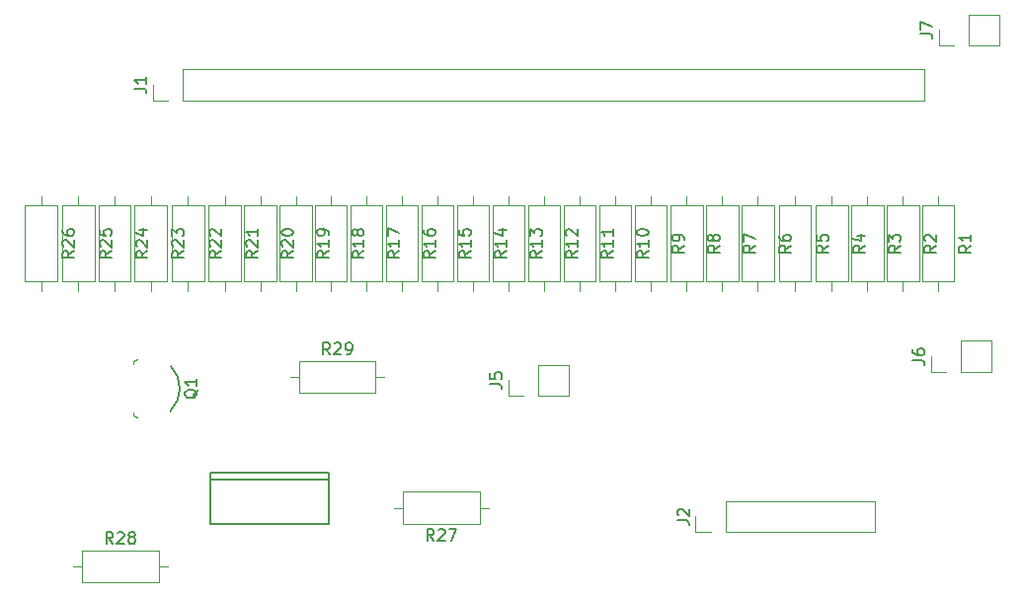
<source format=gbr>
%TF.GenerationSoftware,KiCad,Pcbnew,8.0.3*%
%TF.CreationDate,2024-07-19T22:03:55-04:00*%
%TF.ProjectId,CCPPowerBoard,43435050-6f77-4657-9242-6f6172642e6b,rev?*%
%TF.SameCoordinates,Original*%
%TF.FileFunction,Legend,Top*%
%TF.FilePolarity,Positive*%
%FSLAX46Y46*%
G04 Gerber Fmt 4.6, Leading zero omitted, Abs format (unit mm)*
G04 Created by KiCad (PCBNEW 8.0.3) date 2024-07-19 22:03:55*
%MOMM*%
%LPD*%
G01*
G04 APERTURE LIST*
%ADD10C,0.150000*%
%ADD11C,0.120000*%
%ADD12C,0.203200*%
%ADD13C,0.100000*%
G04 APERTURE END LIST*
D10*
X151924819Y-74746666D02*
X151448628Y-75079999D01*
X151924819Y-75318094D02*
X150924819Y-75318094D01*
X150924819Y-75318094D02*
X150924819Y-74937142D01*
X150924819Y-74937142D02*
X150972438Y-74841904D01*
X150972438Y-74841904D02*
X151020057Y-74794285D01*
X151020057Y-74794285D02*
X151115295Y-74746666D01*
X151115295Y-74746666D02*
X151258152Y-74746666D01*
X151258152Y-74746666D02*
X151353390Y-74794285D01*
X151353390Y-74794285D02*
X151401009Y-74841904D01*
X151401009Y-74841904D02*
X151448628Y-74937142D01*
X151448628Y-74937142D02*
X151448628Y-75318094D01*
X151924819Y-73794285D02*
X151924819Y-74365713D01*
X151924819Y-74079999D02*
X150924819Y-74079999D01*
X150924819Y-74079999D02*
X151067676Y-74175237D01*
X151067676Y-74175237D02*
X151162914Y-74270475D01*
X151162914Y-74270475D02*
X151210533Y-74365713D01*
X109024819Y-75222857D02*
X108548628Y-75556190D01*
X109024819Y-75794285D02*
X108024819Y-75794285D01*
X108024819Y-75794285D02*
X108024819Y-75413333D01*
X108024819Y-75413333D02*
X108072438Y-75318095D01*
X108072438Y-75318095D02*
X108120057Y-75270476D01*
X108120057Y-75270476D02*
X108215295Y-75222857D01*
X108215295Y-75222857D02*
X108358152Y-75222857D01*
X108358152Y-75222857D02*
X108453390Y-75270476D01*
X108453390Y-75270476D02*
X108501009Y-75318095D01*
X108501009Y-75318095D02*
X108548628Y-75413333D01*
X108548628Y-75413333D02*
X108548628Y-75794285D01*
X109024819Y-74270476D02*
X109024819Y-74841904D01*
X109024819Y-74556190D02*
X108024819Y-74556190D01*
X108024819Y-74556190D02*
X108167676Y-74651428D01*
X108167676Y-74651428D02*
X108262914Y-74746666D01*
X108262914Y-74746666D02*
X108310533Y-74841904D01*
X108024819Y-73365714D02*
X108024819Y-73841904D01*
X108024819Y-73841904D02*
X108501009Y-73889523D01*
X108501009Y-73889523D02*
X108453390Y-73841904D01*
X108453390Y-73841904D02*
X108405771Y-73746666D01*
X108405771Y-73746666D02*
X108405771Y-73508571D01*
X108405771Y-73508571D02*
X108453390Y-73413333D01*
X108453390Y-73413333D02*
X108501009Y-73365714D01*
X108501009Y-73365714D02*
X108596247Y-73318095D01*
X108596247Y-73318095D02*
X108834342Y-73318095D01*
X108834342Y-73318095D02*
X108929580Y-73365714D01*
X108929580Y-73365714D02*
X108977200Y-73413333D01*
X108977200Y-73413333D02*
X109024819Y-73508571D01*
X109024819Y-73508571D02*
X109024819Y-73746666D01*
X109024819Y-73746666D02*
X108977200Y-73841904D01*
X108977200Y-73841904D02*
X108929580Y-73889523D01*
X124274819Y-75222857D02*
X123798628Y-75556190D01*
X124274819Y-75794285D02*
X123274819Y-75794285D01*
X123274819Y-75794285D02*
X123274819Y-75413333D01*
X123274819Y-75413333D02*
X123322438Y-75318095D01*
X123322438Y-75318095D02*
X123370057Y-75270476D01*
X123370057Y-75270476D02*
X123465295Y-75222857D01*
X123465295Y-75222857D02*
X123608152Y-75222857D01*
X123608152Y-75222857D02*
X123703390Y-75270476D01*
X123703390Y-75270476D02*
X123751009Y-75318095D01*
X123751009Y-75318095D02*
X123798628Y-75413333D01*
X123798628Y-75413333D02*
X123798628Y-75794285D01*
X124274819Y-74270476D02*
X124274819Y-74841904D01*
X124274819Y-74556190D02*
X123274819Y-74556190D01*
X123274819Y-74556190D02*
X123417676Y-74651428D01*
X123417676Y-74651428D02*
X123512914Y-74746666D01*
X123512914Y-74746666D02*
X123560533Y-74841904D01*
X123274819Y-73651428D02*
X123274819Y-73556190D01*
X123274819Y-73556190D02*
X123322438Y-73460952D01*
X123322438Y-73460952D02*
X123370057Y-73413333D01*
X123370057Y-73413333D02*
X123465295Y-73365714D01*
X123465295Y-73365714D02*
X123655771Y-73318095D01*
X123655771Y-73318095D02*
X123893866Y-73318095D01*
X123893866Y-73318095D02*
X124084342Y-73365714D01*
X124084342Y-73365714D02*
X124179580Y-73413333D01*
X124179580Y-73413333D02*
X124227200Y-73460952D01*
X124227200Y-73460952D02*
X124274819Y-73556190D01*
X124274819Y-73556190D02*
X124274819Y-73651428D01*
X124274819Y-73651428D02*
X124227200Y-73746666D01*
X124227200Y-73746666D02*
X124179580Y-73794285D01*
X124179580Y-73794285D02*
X124084342Y-73841904D01*
X124084342Y-73841904D02*
X123893866Y-73889523D01*
X123893866Y-73889523D02*
X123655771Y-73889523D01*
X123655771Y-73889523D02*
X123465295Y-73841904D01*
X123465295Y-73841904D02*
X123370057Y-73794285D01*
X123370057Y-73794285D02*
X123322438Y-73746666D01*
X123322438Y-73746666D02*
X123274819Y-73651428D01*
X130374819Y-74746666D02*
X129898628Y-75079999D01*
X130374819Y-75318094D02*
X129374819Y-75318094D01*
X129374819Y-75318094D02*
X129374819Y-74937142D01*
X129374819Y-74937142D02*
X129422438Y-74841904D01*
X129422438Y-74841904D02*
X129470057Y-74794285D01*
X129470057Y-74794285D02*
X129565295Y-74746666D01*
X129565295Y-74746666D02*
X129708152Y-74746666D01*
X129708152Y-74746666D02*
X129803390Y-74794285D01*
X129803390Y-74794285D02*
X129851009Y-74841904D01*
X129851009Y-74841904D02*
X129898628Y-74937142D01*
X129898628Y-74937142D02*
X129898628Y-75318094D01*
X129803390Y-74175237D02*
X129755771Y-74270475D01*
X129755771Y-74270475D02*
X129708152Y-74318094D01*
X129708152Y-74318094D02*
X129612914Y-74365713D01*
X129612914Y-74365713D02*
X129565295Y-74365713D01*
X129565295Y-74365713D02*
X129470057Y-74318094D01*
X129470057Y-74318094D02*
X129422438Y-74270475D01*
X129422438Y-74270475D02*
X129374819Y-74175237D01*
X129374819Y-74175237D02*
X129374819Y-73984761D01*
X129374819Y-73984761D02*
X129422438Y-73889523D01*
X129422438Y-73889523D02*
X129470057Y-73841904D01*
X129470057Y-73841904D02*
X129565295Y-73794285D01*
X129565295Y-73794285D02*
X129612914Y-73794285D01*
X129612914Y-73794285D02*
X129708152Y-73841904D01*
X129708152Y-73841904D02*
X129755771Y-73889523D01*
X129755771Y-73889523D02*
X129803390Y-73984761D01*
X129803390Y-73984761D02*
X129803390Y-74175237D01*
X129803390Y-74175237D02*
X129851009Y-74270475D01*
X129851009Y-74270475D02*
X129898628Y-74318094D01*
X129898628Y-74318094D02*
X129993866Y-74365713D01*
X129993866Y-74365713D02*
X130184342Y-74365713D01*
X130184342Y-74365713D02*
X130279580Y-74318094D01*
X130279580Y-74318094D02*
X130327200Y-74270475D01*
X130327200Y-74270475D02*
X130374819Y-74175237D01*
X130374819Y-74175237D02*
X130374819Y-73984761D01*
X130374819Y-73984761D02*
X130327200Y-73889523D01*
X130327200Y-73889523D02*
X130279580Y-73841904D01*
X130279580Y-73841904D02*
X130184342Y-73794285D01*
X130184342Y-73794285D02*
X129993866Y-73794285D01*
X129993866Y-73794285D02*
X129898628Y-73841904D01*
X129898628Y-73841904D02*
X129851009Y-73889523D01*
X129851009Y-73889523D02*
X129803390Y-73984761D01*
X87624819Y-75222857D02*
X87148628Y-75556190D01*
X87624819Y-75794285D02*
X86624819Y-75794285D01*
X86624819Y-75794285D02*
X86624819Y-75413333D01*
X86624819Y-75413333D02*
X86672438Y-75318095D01*
X86672438Y-75318095D02*
X86720057Y-75270476D01*
X86720057Y-75270476D02*
X86815295Y-75222857D01*
X86815295Y-75222857D02*
X86958152Y-75222857D01*
X86958152Y-75222857D02*
X87053390Y-75270476D01*
X87053390Y-75270476D02*
X87101009Y-75318095D01*
X87101009Y-75318095D02*
X87148628Y-75413333D01*
X87148628Y-75413333D02*
X87148628Y-75794285D01*
X86720057Y-74841904D02*
X86672438Y-74794285D01*
X86672438Y-74794285D02*
X86624819Y-74699047D01*
X86624819Y-74699047D02*
X86624819Y-74460952D01*
X86624819Y-74460952D02*
X86672438Y-74365714D01*
X86672438Y-74365714D02*
X86720057Y-74318095D01*
X86720057Y-74318095D02*
X86815295Y-74270476D01*
X86815295Y-74270476D02*
X86910533Y-74270476D01*
X86910533Y-74270476D02*
X87053390Y-74318095D01*
X87053390Y-74318095D02*
X87624819Y-74889523D01*
X87624819Y-74889523D02*
X87624819Y-74270476D01*
X86720057Y-73889523D02*
X86672438Y-73841904D01*
X86672438Y-73841904D02*
X86624819Y-73746666D01*
X86624819Y-73746666D02*
X86624819Y-73508571D01*
X86624819Y-73508571D02*
X86672438Y-73413333D01*
X86672438Y-73413333D02*
X86720057Y-73365714D01*
X86720057Y-73365714D02*
X86815295Y-73318095D01*
X86815295Y-73318095D02*
X86910533Y-73318095D01*
X86910533Y-73318095D02*
X87053390Y-73365714D01*
X87053390Y-73365714D02*
X87624819Y-73937142D01*
X87624819Y-73937142D02*
X87624819Y-73318095D01*
X99874819Y-75222857D02*
X99398628Y-75556190D01*
X99874819Y-75794285D02*
X98874819Y-75794285D01*
X98874819Y-75794285D02*
X98874819Y-75413333D01*
X98874819Y-75413333D02*
X98922438Y-75318095D01*
X98922438Y-75318095D02*
X98970057Y-75270476D01*
X98970057Y-75270476D02*
X99065295Y-75222857D01*
X99065295Y-75222857D02*
X99208152Y-75222857D01*
X99208152Y-75222857D02*
X99303390Y-75270476D01*
X99303390Y-75270476D02*
X99351009Y-75318095D01*
X99351009Y-75318095D02*
X99398628Y-75413333D01*
X99398628Y-75413333D02*
X99398628Y-75794285D01*
X99874819Y-74270476D02*
X99874819Y-74841904D01*
X99874819Y-74556190D02*
X98874819Y-74556190D01*
X98874819Y-74556190D02*
X99017676Y-74651428D01*
X99017676Y-74651428D02*
X99112914Y-74746666D01*
X99112914Y-74746666D02*
X99160533Y-74841904D01*
X99303390Y-73699047D02*
X99255771Y-73794285D01*
X99255771Y-73794285D02*
X99208152Y-73841904D01*
X99208152Y-73841904D02*
X99112914Y-73889523D01*
X99112914Y-73889523D02*
X99065295Y-73889523D01*
X99065295Y-73889523D02*
X98970057Y-73841904D01*
X98970057Y-73841904D02*
X98922438Y-73794285D01*
X98922438Y-73794285D02*
X98874819Y-73699047D01*
X98874819Y-73699047D02*
X98874819Y-73508571D01*
X98874819Y-73508571D02*
X98922438Y-73413333D01*
X98922438Y-73413333D02*
X98970057Y-73365714D01*
X98970057Y-73365714D02*
X99065295Y-73318095D01*
X99065295Y-73318095D02*
X99112914Y-73318095D01*
X99112914Y-73318095D02*
X99208152Y-73365714D01*
X99208152Y-73365714D02*
X99255771Y-73413333D01*
X99255771Y-73413333D02*
X99303390Y-73508571D01*
X99303390Y-73508571D02*
X99303390Y-73699047D01*
X99303390Y-73699047D02*
X99351009Y-73794285D01*
X99351009Y-73794285D02*
X99398628Y-73841904D01*
X99398628Y-73841904D02*
X99493866Y-73889523D01*
X99493866Y-73889523D02*
X99684342Y-73889523D01*
X99684342Y-73889523D02*
X99779580Y-73841904D01*
X99779580Y-73841904D02*
X99827200Y-73794285D01*
X99827200Y-73794285D02*
X99874819Y-73699047D01*
X99874819Y-73699047D02*
X99874819Y-73508571D01*
X99874819Y-73508571D02*
X99827200Y-73413333D01*
X99827200Y-73413333D02*
X99779580Y-73365714D01*
X99779580Y-73365714D02*
X99684342Y-73318095D01*
X99684342Y-73318095D02*
X99493866Y-73318095D01*
X99493866Y-73318095D02*
X99398628Y-73365714D01*
X99398628Y-73365714D02*
X99351009Y-73413333D01*
X99351009Y-73413333D02*
X99303390Y-73508571D01*
X148924819Y-74746666D02*
X148448628Y-75079999D01*
X148924819Y-75318094D02*
X147924819Y-75318094D01*
X147924819Y-75318094D02*
X147924819Y-74937142D01*
X147924819Y-74937142D02*
X147972438Y-74841904D01*
X147972438Y-74841904D02*
X148020057Y-74794285D01*
X148020057Y-74794285D02*
X148115295Y-74746666D01*
X148115295Y-74746666D02*
X148258152Y-74746666D01*
X148258152Y-74746666D02*
X148353390Y-74794285D01*
X148353390Y-74794285D02*
X148401009Y-74841904D01*
X148401009Y-74841904D02*
X148448628Y-74937142D01*
X148448628Y-74937142D02*
X148448628Y-75318094D01*
X148020057Y-74365713D02*
X147972438Y-74318094D01*
X147972438Y-74318094D02*
X147924819Y-74222856D01*
X147924819Y-74222856D02*
X147924819Y-73984761D01*
X147924819Y-73984761D02*
X147972438Y-73889523D01*
X147972438Y-73889523D02*
X148020057Y-73841904D01*
X148020057Y-73841904D02*
X148115295Y-73794285D01*
X148115295Y-73794285D02*
X148210533Y-73794285D01*
X148210533Y-73794285D02*
X148353390Y-73841904D01*
X148353390Y-73841904D02*
X148924819Y-74413332D01*
X148924819Y-74413332D02*
X148924819Y-73794285D01*
X115124819Y-75222857D02*
X114648628Y-75556190D01*
X115124819Y-75794285D02*
X114124819Y-75794285D01*
X114124819Y-75794285D02*
X114124819Y-75413333D01*
X114124819Y-75413333D02*
X114172438Y-75318095D01*
X114172438Y-75318095D02*
X114220057Y-75270476D01*
X114220057Y-75270476D02*
X114315295Y-75222857D01*
X114315295Y-75222857D02*
X114458152Y-75222857D01*
X114458152Y-75222857D02*
X114553390Y-75270476D01*
X114553390Y-75270476D02*
X114601009Y-75318095D01*
X114601009Y-75318095D02*
X114648628Y-75413333D01*
X114648628Y-75413333D02*
X114648628Y-75794285D01*
X115124819Y-74270476D02*
X115124819Y-74841904D01*
X115124819Y-74556190D02*
X114124819Y-74556190D01*
X114124819Y-74556190D02*
X114267676Y-74651428D01*
X114267676Y-74651428D02*
X114362914Y-74746666D01*
X114362914Y-74746666D02*
X114410533Y-74841904D01*
X114124819Y-73937142D02*
X114124819Y-73318095D01*
X114124819Y-73318095D02*
X114505771Y-73651428D01*
X114505771Y-73651428D02*
X114505771Y-73508571D01*
X114505771Y-73508571D02*
X114553390Y-73413333D01*
X114553390Y-73413333D02*
X114601009Y-73365714D01*
X114601009Y-73365714D02*
X114696247Y-73318095D01*
X114696247Y-73318095D02*
X114934342Y-73318095D01*
X114934342Y-73318095D02*
X115029580Y-73365714D01*
X115029580Y-73365714D02*
X115077200Y-73413333D01*
X115077200Y-73413333D02*
X115124819Y-73508571D01*
X115124819Y-73508571D02*
X115124819Y-73794285D01*
X115124819Y-73794285D02*
X115077200Y-73889523D01*
X115077200Y-73889523D02*
X115029580Y-73937142D01*
X96972142Y-84084819D02*
X96638809Y-83608628D01*
X96400714Y-84084819D02*
X96400714Y-83084819D01*
X96400714Y-83084819D02*
X96781666Y-83084819D01*
X96781666Y-83084819D02*
X96876904Y-83132438D01*
X96876904Y-83132438D02*
X96924523Y-83180057D01*
X96924523Y-83180057D02*
X96972142Y-83275295D01*
X96972142Y-83275295D02*
X96972142Y-83418152D01*
X96972142Y-83418152D02*
X96924523Y-83513390D01*
X96924523Y-83513390D02*
X96876904Y-83561009D01*
X96876904Y-83561009D02*
X96781666Y-83608628D01*
X96781666Y-83608628D02*
X96400714Y-83608628D01*
X97353095Y-83180057D02*
X97400714Y-83132438D01*
X97400714Y-83132438D02*
X97495952Y-83084819D01*
X97495952Y-83084819D02*
X97734047Y-83084819D01*
X97734047Y-83084819D02*
X97829285Y-83132438D01*
X97829285Y-83132438D02*
X97876904Y-83180057D01*
X97876904Y-83180057D02*
X97924523Y-83275295D01*
X97924523Y-83275295D02*
X97924523Y-83370533D01*
X97924523Y-83370533D02*
X97876904Y-83513390D01*
X97876904Y-83513390D02*
X97305476Y-84084819D01*
X97305476Y-84084819D02*
X97924523Y-84084819D01*
X98400714Y-84084819D02*
X98591190Y-84084819D01*
X98591190Y-84084819D02*
X98686428Y-84037200D01*
X98686428Y-84037200D02*
X98734047Y-83989580D01*
X98734047Y-83989580D02*
X98829285Y-83846723D01*
X98829285Y-83846723D02*
X98876904Y-83656247D01*
X98876904Y-83656247D02*
X98876904Y-83275295D01*
X98876904Y-83275295D02*
X98829285Y-83180057D01*
X98829285Y-83180057D02*
X98781666Y-83132438D01*
X98781666Y-83132438D02*
X98686428Y-83084819D01*
X98686428Y-83084819D02*
X98495952Y-83084819D01*
X98495952Y-83084819D02*
X98400714Y-83132438D01*
X98400714Y-83132438D02*
X98353095Y-83180057D01*
X98353095Y-83180057D02*
X98305476Y-83275295D01*
X98305476Y-83275295D02*
X98305476Y-83513390D01*
X98305476Y-83513390D02*
X98353095Y-83608628D01*
X98353095Y-83608628D02*
X98400714Y-83656247D01*
X98400714Y-83656247D02*
X98495952Y-83703866D01*
X98495952Y-83703866D02*
X98686428Y-83703866D01*
X98686428Y-83703866D02*
X98781666Y-83656247D01*
X98781666Y-83656247D02*
X98829285Y-83608628D01*
X98829285Y-83608628D02*
X98876904Y-83513390D01*
X118174819Y-75222857D02*
X117698628Y-75556190D01*
X118174819Y-75794285D02*
X117174819Y-75794285D01*
X117174819Y-75794285D02*
X117174819Y-75413333D01*
X117174819Y-75413333D02*
X117222438Y-75318095D01*
X117222438Y-75318095D02*
X117270057Y-75270476D01*
X117270057Y-75270476D02*
X117365295Y-75222857D01*
X117365295Y-75222857D02*
X117508152Y-75222857D01*
X117508152Y-75222857D02*
X117603390Y-75270476D01*
X117603390Y-75270476D02*
X117651009Y-75318095D01*
X117651009Y-75318095D02*
X117698628Y-75413333D01*
X117698628Y-75413333D02*
X117698628Y-75794285D01*
X118174819Y-74270476D02*
X118174819Y-74841904D01*
X118174819Y-74556190D02*
X117174819Y-74556190D01*
X117174819Y-74556190D02*
X117317676Y-74651428D01*
X117317676Y-74651428D02*
X117412914Y-74746666D01*
X117412914Y-74746666D02*
X117460533Y-74841904D01*
X117270057Y-73889523D02*
X117222438Y-73841904D01*
X117222438Y-73841904D02*
X117174819Y-73746666D01*
X117174819Y-73746666D02*
X117174819Y-73508571D01*
X117174819Y-73508571D02*
X117222438Y-73413333D01*
X117222438Y-73413333D02*
X117270057Y-73365714D01*
X117270057Y-73365714D02*
X117365295Y-73318095D01*
X117365295Y-73318095D02*
X117460533Y-73318095D01*
X117460533Y-73318095D02*
X117603390Y-73365714D01*
X117603390Y-73365714D02*
X118174819Y-73937142D01*
X118174819Y-73937142D02*
X118174819Y-73318095D01*
X126774819Y-98333333D02*
X127489104Y-98333333D01*
X127489104Y-98333333D02*
X127631961Y-98380952D01*
X127631961Y-98380952D02*
X127727200Y-98476190D01*
X127727200Y-98476190D02*
X127774819Y-98619047D01*
X127774819Y-98619047D02*
X127774819Y-98714285D01*
X126870057Y-97904761D02*
X126822438Y-97857142D01*
X126822438Y-97857142D02*
X126774819Y-97761904D01*
X126774819Y-97761904D02*
X126774819Y-97523809D01*
X126774819Y-97523809D02*
X126822438Y-97428571D01*
X126822438Y-97428571D02*
X126870057Y-97380952D01*
X126870057Y-97380952D02*
X126965295Y-97333333D01*
X126965295Y-97333333D02*
X127060533Y-97333333D01*
X127060533Y-97333333D02*
X127203390Y-97380952D01*
X127203390Y-97380952D02*
X127774819Y-97952380D01*
X127774819Y-97952380D02*
X127774819Y-97333333D01*
X78357142Y-100334819D02*
X78023809Y-99858628D01*
X77785714Y-100334819D02*
X77785714Y-99334819D01*
X77785714Y-99334819D02*
X78166666Y-99334819D01*
X78166666Y-99334819D02*
X78261904Y-99382438D01*
X78261904Y-99382438D02*
X78309523Y-99430057D01*
X78309523Y-99430057D02*
X78357142Y-99525295D01*
X78357142Y-99525295D02*
X78357142Y-99668152D01*
X78357142Y-99668152D02*
X78309523Y-99763390D01*
X78309523Y-99763390D02*
X78261904Y-99811009D01*
X78261904Y-99811009D02*
X78166666Y-99858628D01*
X78166666Y-99858628D02*
X77785714Y-99858628D01*
X78738095Y-99430057D02*
X78785714Y-99382438D01*
X78785714Y-99382438D02*
X78880952Y-99334819D01*
X78880952Y-99334819D02*
X79119047Y-99334819D01*
X79119047Y-99334819D02*
X79214285Y-99382438D01*
X79214285Y-99382438D02*
X79261904Y-99430057D01*
X79261904Y-99430057D02*
X79309523Y-99525295D01*
X79309523Y-99525295D02*
X79309523Y-99620533D01*
X79309523Y-99620533D02*
X79261904Y-99763390D01*
X79261904Y-99763390D02*
X78690476Y-100334819D01*
X78690476Y-100334819D02*
X79309523Y-100334819D01*
X79880952Y-99763390D02*
X79785714Y-99715771D01*
X79785714Y-99715771D02*
X79738095Y-99668152D01*
X79738095Y-99668152D02*
X79690476Y-99572914D01*
X79690476Y-99572914D02*
X79690476Y-99525295D01*
X79690476Y-99525295D02*
X79738095Y-99430057D01*
X79738095Y-99430057D02*
X79785714Y-99382438D01*
X79785714Y-99382438D02*
X79880952Y-99334819D01*
X79880952Y-99334819D02*
X80071428Y-99334819D01*
X80071428Y-99334819D02*
X80166666Y-99382438D01*
X80166666Y-99382438D02*
X80214285Y-99430057D01*
X80214285Y-99430057D02*
X80261904Y-99525295D01*
X80261904Y-99525295D02*
X80261904Y-99572914D01*
X80261904Y-99572914D02*
X80214285Y-99668152D01*
X80214285Y-99668152D02*
X80166666Y-99715771D01*
X80166666Y-99715771D02*
X80071428Y-99763390D01*
X80071428Y-99763390D02*
X79880952Y-99763390D01*
X79880952Y-99763390D02*
X79785714Y-99811009D01*
X79785714Y-99811009D02*
X79738095Y-99858628D01*
X79738095Y-99858628D02*
X79690476Y-99953866D01*
X79690476Y-99953866D02*
X79690476Y-100144342D01*
X79690476Y-100144342D02*
X79738095Y-100239580D01*
X79738095Y-100239580D02*
X79785714Y-100287200D01*
X79785714Y-100287200D02*
X79880952Y-100334819D01*
X79880952Y-100334819D02*
X80071428Y-100334819D01*
X80071428Y-100334819D02*
X80166666Y-100287200D01*
X80166666Y-100287200D02*
X80214285Y-100239580D01*
X80214285Y-100239580D02*
X80261904Y-100144342D01*
X80261904Y-100144342D02*
X80261904Y-99953866D01*
X80261904Y-99953866D02*
X80214285Y-99858628D01*
X80214285Y-99858628D02*
X80166666Y-99811009D01*
X80166666Y-99811009D02*
X80071428Y-99763390D01*
X105877142Y-100074819D02*
X105543809Y-99598628D01*
X105305714Y-100074819D02*
X105305714Y-99074819D01*
X105305714Y-99074819D02*
X105686666Y-99074819D01*
X105686666Y-99074819D02*
X105781904Y-99122438D01*
X105781904Y-99122438D02*
X105829523Y-99170057D01*
X105829523Y-99170057D02*
X105877142Y-99265295D01*
X105877142Y-99265295D02*
X105877142Y-99408152D01*
X105877142Y-99408152D02*
X105829523Y-99503390D01*
X105829523Y-99503390D02*
X105781904Y-99551009D01*
X105781904Y-99551009D02*
X105686666Y-99598628D01*
X105686666Y-99598628D02*
X105305714Y-99598628D01*
X106258095Y-99170057D02*
X106305714Y-99122438D01*
X106305714Y-99122438D02*
X106400952Y-99074819D01*
X106400952Y-99074819D02*
X106639047Y-99074819D01*
X106639047Y-99074819D02*
X106734285Y-99122438D01*
X106734285Y-99122438D02*
X106781904Y-99170057D01*
X106781904Y-99170057D02*
X106829523Y-99265295D01*
X106829523Y-99265295D02*
X106829523Y-99360533D01*
X106829523Y-99360533D02*
X106781904Y-99503390D01*
X106781904Y-99503390D02*
X106210476Y-100074819D01*
X106210476Y-100074819D02*
X106829523Y-100074819D01*
X107162857Y-99074819D02*
X107829523Y-99074819D01*
X107829523Y-99074819D02*
X107400952Y-100074819D01*
X146949819Y-84583333D02*
X147664104Y-84583333D01*
X147664104Y-84583333D02*
X147806961Y-84630952D01*
X147806961Y-84630952D02*
X147902200Y-84726190D01*
X147902200Y-84726190D02*
X147949819Y-84869047D01*
X147949819Y-84869047D02*
X147949819Y-84964285D01*
X146949819Y-83678571D02*
X146949819Y-83869047D01*
X146949819Y-83869047D02*
X146997438Y-83964285D01*
X146997438Y-83964285D02*
X147045057Y-84011904D01*
X147045057Y-84011904D02*
X147187914Y-84107142D01*
X147187914Y-84107142D02*
X147378390Y-84154761D01*
X147378390Y-84154761D02*
X147759342Y-84154761D01*
X147759342Y-84154761D02*
X147854580Y-84107142D01*
X147854580Y-84107142D02*
X147902200Y-84059523D01*
X147902200Y-84059523D02*
X147949819Y-83964285D01*
X147949819Y-83964285D02*
X147949819Y-83773809D01*
X147949819Y-83773809D02*
X147902200Y-83678571D01*
X147902200Y-83678571D02*
X147854580Y-83630952D01*
X147854580Y-83630952D02*
X147759342Y-83583333D01*
X147759342Y-83583333D02*
X147521247Y-83583333D01*
X147521247Y-83583333D02*
X147426009Y-83630952D01*
X147426009Y-83630952D02*
X147378390Y-83678571D01*
X147378390Y-83678571D02*
X147330771Y-83773809D01*
X147330771Y-83773809D02*
X147330771Y-83964285D01*
X147330771Y-83964285D02*
X147378390Y-84059523D01*
X147378390Y-84059523D02*
X147426009Y-84107142D01*
X147426009Y-84107142D02*
X147521247Y-84154761D01*
X75024819Y-75222857D02*
X74548628Y-75556190D01*
X75024819Y-75794285D02*
X74024819Y-75794285D01*
X74024819Y-75794285D02*
X74024819Y-75413333D01*
X74024819Y-75413333D02*
X74072438Y-75318095D01*
X74072438Y-75318095D02*
X74120057Y-75270476D01*
X74120057Y-75270476D02*
X74215295Y-75222857D01*
X74215295Y-75222857D02*
X74358152Y-75222857D01*
X74358152Y-75222857D02*
X74453390Y-75270476D01*
X74453390Y-75270476D02*
X74501009Y-75318095D01*
X74501009Y-75318095D02*
X74548628Y-75413333D01*
X74548628Y-75413333D02*
X74548628Y-75794285D01*
X74120057Y-74841904D02*
X74072438Y-74794285D01*
X74072438Y-74794285D02*
X74024819Y-74699047D01*
X74024819Y-74699047D02*
X74024819Y-74460952D01*
X74024819Y-74460952D02*
X74072438Y-74365714D01*
X74072438Y-74365714D02*
X74120057Y-74318095D01*
X74120057Y-74318095D02*
X74215295Y-74270476D01*
X74215295Y-74270476D02*
X74310533Y-74270476D01*
X74310533Y-74270476D02*
X74453390Y-74318095D01*
X74453390Y-74318095D02*
X75024819Y-74889523D01*
X75024819Y-74889523D02*
X75024819Y-74270476D01*
X74024819Y-73413333D02*
X74024819Y-73603809D01*
X74024819Y-73603809D02*
X74072438Y-73699047D01*
X74072438Y-73699047D02*
X74120057Y-73746666D01*
X74120057Y-73746666D02*
X74262914Y-73841904D01*
X74262914Y-73841904D02*
X74453390Y-73889523D01*
X74453390Y-73889523D02*
X74834342Y-73889523D01*
X74834342Y-73889523D02*
X74929580Y-73841904D01*
X74929580Y-73841904D02*
X74977200Y-73794285D01*
X74977200Y-73794285D02*
X75024819Y-73699047D01*
X75024819Y-73699047D02*
X75024819Y-73508571D01*
X75024819Y-73508571D02*
X74977200Y-73413333D01*
X74977200Y-73413333D02*
X74929580Y-73365714D01*
X74929580Y-73365714D02*
X74834342Y-73318095D01*
X74834342Y-73318095D02*
X74596247Y-73318095D01*
X74596247Y-73318095D02*
X74501009Y-73365714D01*
X74501009Y-73365714D02*
X74453390Y-73413333D01*
X74453390Y-73413333D02*
X74405771Y-73508571D01*
X74405771Y-73508571D02*
X74405771Y-73699047D01*
X74405771Y-73699047D02*
X74453390Y-73794285D01*
X74453390Y-73794285D02*
X74501009Y-73841904D01*
X74501009Y-73841904D02*
X74596247Y-73889523D01*
X142824819Y-74746666D02*
X142348628Y-75079999D01*
X142824819Y-75318094D02*
X141824819Y-75318094D01*
X141824819Y-75318094D02*
X141824819Y-74937142D01*
X141824819Y-74937142D02*
X141872438Y-74841904D01*
X141872438Y-74841904D02*
X141920057Y-74794285D01*
X141920057Y-74794285D02*
X142015295Y-74746666D01*
X142015295Y-74746666D02*
X142158152Y-74746666D01*
X142158152Y-74746666D02*
X142253390Y-74794285D01*
X142253390Y-74794285D02*
X142301009Y-74841904D01*
X142301009Y-74841904D02*
X142348628Y-74937142D01*
X142348628Y-74937142D02*
X142348628Y-75318094D01*
X142158152Y-73889523D02*
X142824819Y-73889523D01*
X141777200Y-74127618D02*
X142491485Y-74365713D01*
X142491485Y-74365713D02*
X142491485Y-73746666D01*
X147624819Y-56583333D02*
X148339104Y-56583333D01*
X148339104Y-56583333D02*
X148481961Y-56630952D01*
X148481961Y-56630952D02*
X148577200Y-56726190D01*
X148577200Y-56726190D02*
X148624819Y-56869047D01*
X148624819Y-56869047D02*
X148624819Y-56964285D01*
X147624819Y-56202380D02*
X147624819Y-55535714D01*
X147624819Y-55535714D02*
X148624819Y-55964285D01*
X84424819Y-75222857D02*
X83948628Y-75556190D01*
X84424819Y-75794285D02*
X83424819Y-75794285D01*
X83424819Y-75794285D02*
X83424819Y-75413333D01*
X83424819Y-75413333D02*
X83472438Y-75318095D01*
X83472438Y-75318095D02*
X83520057Y-75270476D01*
X83520057Y-75270476D02*
X83615295Y-75222857D01*
X83615295Y-75222857D02*
X83758152Y-75222857D01*
X83758152Y-75222857D02*
X83853390Y-75270476D01*
X83853390Y-75270476D02*
X83901009Y-75318095D01*
X83901009Y-75318095D02*
X83948628Y-75413333D01*
X83948628Y-75413333D02*
X83948628Y-75794285D01*
X83520057Y-74841904D02*
X83472438Y-74794285D01*
X83472438Y-74794285D02*
X83424819Y-74699047D01*
X83424819Y-74699047D02*
X83424819Y-74460952D01*
X83424819Y-74460952D02*
X83472438Y-74365714D01*
X83472438Y-74365714D02*
X83520057Y-74318095D01*
X83520057Y-74318095D02*
X83615295Y-74270476D01*
X83615295Y-74270476D02*
X83710533Y-74270476D01*
X83710533Y-74270476D02*
X83853390Y-74318095D01*
X83853390Y-74318095D02*
X84424819Y-74889523D01*
X84424819Y-74889523D02*
X84424819Y-74270476D01*
X83424819Y-73937142D02*
X83424819Y-73318095D01*
X83424819Y-73318095D02*
X83805771Y-73651428D01*
X83805771Y-73651428D02*
X83805771Y-73508571D01*
X83805771Y-73508571D02*
X83853390Y-73413333D01*
X83853390Y-73413333D02*
X83901009Y-73365714D01*
X83901009Y-73365714D02*
X83996247Y-73318095D01*
X83996247Y-73318095D02*
X84234342Y-73318095D01*
X84234342Y-73318095D02*
X84329580Y-73365714D01*
X84329580Y-73365714D02*
X84377200Y-73413333D01*
X84377200Y-73413333D02*
X84424819Y-73508571D01*
X84424819Y-73508571D02*
X84424819Y-73794285D01*
X84424819Y-73794285D02*
X84377200Y-73889523D01*
X84377200Y-73889523D02*
X84329580Y-73937142D01*
X85625057Y-87095238D02*
X85577438Y-87190476D01*
X85577438Y-87190476D02*
X85482200Y-87285714D01*
X85482200Y-87285714D02*
X85339342Y-87428571D01*
X85339342Y-87428571D02*
X85291723Y-87523809D01*
X85291723Y-87523809D02*
X85291723Y-87619047D01*
X85529819Y-87571428D02*
X85482200Y-87666666D01*
X85482200Y-87666666D02*
X85386961Y-87761904D01*
X85386961Y-87761904D02*
X85196485Y-87809523D01*
X85196485Y-87809523D02*
X84863152Y-87809523D01*
X84863152Y-87809523D02*
X84672676Y-87761904D01*
X84672676Y-87761904D02*
X84577438Y-87666666D01*
X84577438Y-87666666D02*
X84529819Y-87571428D01*
X84529819Y-87571428D02*
X84529819Y-87380952D01*
X84529819Y-87380952D02*
X84577438Y-87285714D01*
X84577438Y-87285714D02*
X84672676Y-87190476D01*
X84672676Y-87190476D02*
X84863152Y-87142857D01*
X84863152Y-87142857D02*
X85196485Y-87142857D01*
X85196485Y-87142857D02*
X85386961Y-87190476D01*
X85386961Y-87190476D02*
X85482200Y-87285714D01*
X85482200Y-87285714D02*
X85529819Y-87380952D01*
X85529819Y-87380952D02*
X85529819Y-87571428D01*
X85529819Y-86190476D02*
X85529819Y-86761904D01*
X85529819Y-86476190D02*
X84529819Y-86476190D01*
X84529819Y-86476190D02*
X84672676Y-86571428D01*
X84672676Y-86571428D02*
X84767914Y-86666666D01*
X84767914Y-86666666D02*
X84815533Y-86761904D01*
X80234819Y-61283333D02*
X80949104Y-61283333D01*
X80949104Y-61283333D02*
X81091961Y-61330952D01*
X81091961Y-61330952D02*
X81187200Y-61426190D01*
X81187200Y-61426190D02*
X81234819Y-61569047D01*
X81234819Y-61569047D02*
X81234819Y-61664285D01*
X81234819Y-60283333D02*
X81234819Y-60854761D01*
X81234819Y-60569047D02*
X80234819Y-60569047D01*
X80234819Y-60569047D02*
X80377676Y-60664285D01*
X80377676Y-60664285D02*
X80472914Y-60759523D01*
X80472914Y-60759523D02*
X80520533Y-60854761D01*
X78224819Y-75222857D02*
X77748628Y-75556190D01*
X78224819Y-75794285D02*
X77224819Y-75794285D01*
X77224819Y-75794285D02*
X77224819Y-75413333D01*
X77224819Y-75413333D02*
X77272438Y-75318095D01*
X77272438Y-75318095D02*
X77320057Y-75270476D01*
X77320057Y-75270476D02*
X77415295Y-75222857D01*
X77415295Y-75222857D02*
X77558152Y-75222857D01*
X77558152Y-75222857D02*
X77653390Y-75270476D01*
X77653390Y-75270476D02*
X77701009Y-75318095D01*
X77701009Y-75318095D02*
X77748628Y-75413333D01*
X77748628Y-75413333D02*
X77748628Y-75794285D01*
X77320057Y-74841904D02*
X77272438Y-74794285D01*
X77272438Y-74794285D02*
X77224819Y-74699047D01*
X77224819Y-74699047D02*
X77224819Y-74460952D01*
X77224819Y-74460952D02*
X77272438Y-74365714D01*
X77272438Y-74365714D02*
X77320057Y-74318095D01*
X77320057Y-74318095D02*
X77415295Y-74270476D01*
X77415295Y-74270476D02*
X77510533Y-74270476D01*
X77510533Y-74270476D02*
X77653390Y-74318095D01*
X77653390Y-74318095D02*
X78224819Y-74889523D01*
X78224819Y-74889523D02*
X78224819Y-74270476D01*
X77224819Y-73365714D02*
X77224819Y-73841904D01*
X77224819Y-73841904D02*
X77701009Y-73889523D01*
X77701009Y-73889523D02*
X77653390Y-73841904D01*
X77653390Y-73841904D02*
X77605771Y-73746666D01*
X77605771Y-73746666D02*
X77605771Y-73508571D01*
X77605771Y-73508571D02*
X77653390Y-73413333D01*
X77653390Y-73413333D02*
X77701009Y-73365714D01*
X77701009Y-73365714D02*
X77796247Y-73318095D01*
X77796247Y-73318095D02*
X78034342Y-73318095D01*
X78034342Y-73318095D02*
X78129580Y-73365714D01*
X78129580Y-73365714D02*
X78177200Y-73413333D01*
X78177200Y-73413333D02*
X78224819Y-73508571D01*
X78224819Y-73508571D02*
X78224819Y-73746666D01*
X78224819Y-73746666D02*
X78177200Y-73841904D01*
X78177200Y-73841904D02*
X78129580Y-73889523D01*
X93824819Y-75222857D02*
X93348628Y-75556190D01*
X93824819Y-75794285D02*
X92824819Y-75794285D01*
X92824819Y-75794285D02*
X92824819Y-75413333D01*
X92824819Y-75413333D02*
X92872438Y-75318095D01*
X92872438Y-75318095D02*
X92920057Y-75270476D01*
X92920057Y-75270476D02*
X93015295Y-75222857D01*
X93015295Y-75222857D02*
X93158152Y-75222857D01*
X93158152Y-75222857D02*
X93253390Y-75270476D01*
X93253390Y-75270476D02*
X93301009Y-75318095D01*
X93301009Y-75318095D02*
X93348628Y-75413333D01*
X93348628Y-75413333D02*
X93348628Y-75794285D01*
X92920057Y-74841904D02*
X92872438Y-74794285D01*
X92872438Y-74794285D02*
X92824819Y-74699047D01*
X92824819Y-74699047D02*
X92824819Y-74460952D01*
X92824819Y-74460952D02*
X92872438Y-74365714D01*
X92872438Y-74365714D02*
X92920057Y-74318095D01*
X92920057Y-74318095D02*
X93015295Y-74270476D01*
X93015295Y-74270476D02*
X93110533Y-74270476D01*
X93110533Y-74270476D02*
X93253390Y-74318095D01*
X93253390Y-74318095D02*
X93824819Y-74889523D01*
X93824819Y-74889523D02*
X93824819Y-74270476D01*
X92824819Y-73651428D02*
X92824819Y-73556190D01*
X92824819Y-73556190D02*
X92872438Y-73460952D01*
X92872438Y-73460952D02*
X92920057Y-73413333D01*
X92920057Y-73413333D02*
X93015295Y-73365714D01*
X93015295Y-73365714D02*
X93205771Y-73318095D01*
X93205771Y-73318095D02*
X93443866Y-73318095D01*
X93443866Y-73318095D02*
X93634342Y-73365714D01*
X93634342Y-73365714D02*
X93729580Y-73413333D01*
X93729580Y-73413333D02*
X93777200Y-73460952D01*
X93777200Y-73460952D02*
X93824819Y-73556190D01*
X93824819Y-73556190D02*
X93824819Y-73651428D01*
X93824819Y-73651428D02*
X93777200Y-73746666D01*
X93777200Y-73746666D02*
X93729580Y-73794285D01*
X93729580Y-73794285D02*
X93634342Y-73841904D01*
X93634342Y-73841904D02*
X93443866Y-73889523D01*
X93443866Y-73889523D02*
X93205771Y-73889523D01*
X93205771Y-73889523D02*
X93015295Y-73841904D01*
X93015295Y-73841904D02*
X92920057Y-73794285D01*
X92920057Y-73794285D02*
X92872438Y-73746666D01*
X92872438Y-73746666D02*
X92824819Y-73651428D01*
X90774819Y-75222857D02*
X90298628Y-75556190D01*
X90774819Y-75794285D02*
X89774819Y-75794285D01*
X89774819Y-75794285D02*
X89774819Y-75413333D01*
X89774819Y-75413333D02*
X89822438Y-75318095D01*
X89822438Y-75318095D02*
X89870057Y-75270476D01*
X89870057Y-75270476D02*
X89965295Y-75222857D01*
X89965295Y-75222857D02*
X90108152Y-75222857D01*
X90108152Y-75222857D02*
X90203390Y-75270476D01*
X90203390Y-75270476D02*
X90251009Y-75318095D01*
X90251009Y-75318095D02*
X90298628Y-75413333D01*
X90298628Y-75413333D02*
X90298628Y-75794285D01*
X89870057Y-74841904D02*
X89822438Y-74794285D01*
X89822438Y-74794285D02*
X89774819Y-74699047D01*
X89774819Y-74699047D02*
X89774819Y-74460952D01*
X89774819Y-74460952D02*
X89822438Y-74365714D01*
X89822438Y-74365714D02*
X89870057Y-74318095D01*
X89870057Y-74318095D02*
X89965295Y-74270476D01*
X89965295Y-74270476D02*
X90060533Y-74270476D01*
X90060533Y-74270476D02*
X90203390Y-74318095D01*
X90203390Y-74318095D02*
X90774819Y-74889523D01*
X90774819Y-74889523D02*
X90774819Y-74270476D01*
X90774819Y-73318095D02*
X90774819Y-73889523D01*
X90774819Y-73603809D02*
X89774819Y-73603809D01*
X89774819Y-73603809D02*
X89917676Y-73699047D01*
X89917676Y-73699047D02*
X90012914Y-73794285D01*
X90012914Y-73794285D02*
X90060533Y-73889523D01*
X102924819Y-75222857D02*
X102448628Y-75556190D01*
X102924819Y-75794285D02*
X101924819Y-75794285D01*
X101924819Y-75794285D02*
X101924819Y-75413333D01*
X101924819Y-75413333D02*
X101972438Y-75318095D01*
X101972438Y-75318095D02*
X102020057Y-75270476D01*
X102020057Y-75270476D02*
X102115295Y-75222857D01*
X102115295Y-75222857D02*
X102258152Y-75222857D01*
X102258152Y-75222857D02*
X102353390Y-75270476D01*
X102353390Y-75270476D02*
X102401009Y-75318095D01*
X102401009Y-75318095D02*
X102448628Y-75413333D01*
X102448628Y-75413333D02*
X102448628Y-75794285D01*
X102924819Y-74270476D02*
X102924819Y-74841904D01*
X102924819Y-74556190D02*
X101924819Y-74556190D01*
X101924819Y-74556190D02*
X102067676Y-74651428D01*
X102067676Y-74651428D02*
X102162914Y-74746666D01*
X102162914Y-74746666D02*
X102210533Y-74841904D01*
X101924819Y-73937142D02*
X101924819Y-73270476D01*
X101924819Y-73270476D02*
X102924819Y-73699047D01*
X81324819Y-75222857D02*
X80848628Y-75556190D01*
X81324819Y-75794285D02*
X80324819Y-75794285D01*
X80324819Y-75794285D02*
X80324819Y-75413333D01*
X80324819Y-75413333D02*
X80372438Y-75318095D01*
X80372438Y-75318095D02*
X80420057Y-75270476D01*
X80420057Y-75270476D02*
X80515295Y-75222857D01*
X80515295Y-75222857D02*
X80658152Y-75222857D01*
X80658152Y-75222857D02*
X80753390Y-75270476D01*
X80753390Y-75270476D02*
X80801009Y-75318095D01*
X80801009Y-75318095D02*
X80848628Y-75413333D01*
X80848628Y-75413333D02*
X80848628Y-75794285D01*
X80420057Y-74841904D02*
X80372438Y-74794285D01*
X80372438Y-74794285D02*
X80324819Y-74699047D01*
X80324819Y-74699047D02*
X80324819Y-74460952D01*
X80324819Y-74460952D02*
X80372438Y-74365714D01*
X80372438Y-74365714D02*
X80420057Y-74318095D01*
X80420057Y-74318095D02*
X80515295Y-74270476D01*
X80515295Y-74270476D02*
X80610533Y-74270476D01*
X80610533Y-74270476D02*
X80753390Y-74318095D01*
X80753390Y-74318095D02*
X81324819Y-74889523D01*
X81324819Y-74889523D02*
X81324819Y-74270476D01*
X80658152Y-73413333D02*
X81324819Y-73413333D01*
X80277200Y-73651428D02*
X80991485Y-73889523D01*
X80991485Y-73889523D02*
X80991485Y-73270476D01*
X127324819Y-74746666D02*
X126848628Y-75079999D01*
X127324819Y-75318094D02*
X126324819Y-75318094D01*
X126324819Y-75318094D02*
X126324819Y-74937142D01*
X126324819Y-74937142D02*
X126372438Y-74841904D01*
X126372438Y-74841904D02*
X126420057Y-74794285D01*
X126420057Y-74794285D02*
X126515295Y-74746666D01*
X126515295Y-74746666D02*
X126658152Y-74746666D01*
X126658152Y-74746666D02*
X126753390Y-74794285D01*
X126753390Y-74794285D02*
X126801009Y-74841904D01*
X126801009Y-74841904D02*
X126848628Y-74937142D01*
X126848628Y-74937142D02*
X126848628Y-75318094D01*
X127324819Y-74270475D02*
X127324819Y-74079999D01*
X127324819Y-74079999D02*
X127277200Y-73984761D01*
X127277200Y-73984761D02*
X127229580Y-73937142D01*
X127229580Y-73937142D02*
X127086723Y-73841904D01*
X127086723Y-73841904D02*
X126896247Y-73794285D01*
X126896247Y-73794285D02*
X126515295Y-73794285D01*
X126515295Y-73794285D02*
X126420057Y-73841904D01*
X126420057Y-73841904D02*
X126372438Y-73889523D01*
X126372438Y-73889523D02*
X126324819Y-73984761D01*
X126324819Y-73984761D02*
X126324819Y-74175237D01*
X126324819Y-74175237D02*
X126372438Y-74270475D01*
X126372438Y-74270475D02*
X126420057Y-74318094D01*
X126420057Y-74318094D02*
X126515295Y-74365713D01*
X126515295Y-74365713D02*
X126753390Y-74365713D01*
X126753390Y-74365713D02*
X126848628Y-74318094D01*
X126848628Y-74318094D02*
X126896247Y-74270475D01*
X126896247Y-74270475D02*
X126943866Y-74175237D01*
X126943866Y-74175237D02*
X126943866Y-73984761D01*
X126943866Y-73984761D02*
X126896247Y-73889523D01*
X126896247Y-73889523D02*
X126848628Y-73841904D01*
X126848628Y-73841904D02*
X126753390Y-73794285D01*
X139674819Y-74746666D02*
X139198628Y-75079999D01*
X139674819Y-75318094D02*
X138674819Y-75318094D01*
X138674819Y-75318094D02*
X138674819Y-74937142D01*
X138674819Y-74937142D02*
X138722438Y-74841904D01*
X138722438Y-74841904D02*
X138770057Y-74794285D01*
X138770057Y-74794285D02*
X138865295Y-74746666D01*
X138865295Y-74746666D02*
X139008152Y-74746666D01*
X139008152Y-74746666D02*
X139103390Y-74794285D01*
X139103390Y-74794285D02*
X139151009Y-74841904D01*
X139151009Y-74841904D02*
X139198628Y-74937142D01*
X139198628Y-74937142D02*
X139198628Y-75318094D01*
X138674819Y-73841904D02*
X138674819Y-74318094D01*
X138674819Y-74318094D02*
X139151009Y-74365713D01*
X139151009Y-74365713D02*
X139103390Y-74318094D01*
X139103390Y-74318094D02*
X139055771Y-74222856D01*
X139055771Y-74222856D02*
X139055771Y-73984761D01*
X139055771Y-73984761D02*
X139103390Y-73889523D01*
X139103390Y-73889523D02*
X139151009Y-73841904D01*
X139151009Y-73841904D02*
X139246247Y-73794285D01*
X139246247Y-73794285D02*
X139484342Y-73794285D01*
X139484342Y-73794285D02*
X139579580Y-73841904D01*
X139579580Y-73841904D02*
X139627200Y-73889523D01*
X139627200Y-73889523D02*
X139674819Y-73984761D01*
X139674819Y-73984761D02*
X139674819Y-74222856D01*
X139674819Y-74222856D02*
X139627200Y-74318094D01*
X139627200Y-74318094D02*
X139579580Y-74365713D01*
X110699819Y-86633333D02*
X111414104Y-86633333D01*
X111414104Y-86633333D02*
X111556961Y-86680952D01*
X111556961Y-86680952D02*
X111652200Y-86776190D01*
X111652200Y-86776190D02*
X111699819Y-86919047D01*
X111699819Y-86919047D02*
X111699819Y-87014285D01*
X110699819Y-85680952D02*
X110699819Y-86157142D01*
X110699819Y-86157142D02*
X111176009Y-86204761D01*
X111176009Y-86204761D02*
X111128390Y-86157142D01*
X111128390Y-86157142D02*
X111080771Y-86061904D01*
X111080771Y-86061904D02*
X111080771Y-85823809D01*
X111080771Y-85823809D02*
X111128390Y-85728571D01*
X111128390Y-85728571D02*
X111176009Y-85680952D01*
X111176009Y-85680952D02*
X111271247Y-85633333D01*
X111271247Y-85633333D02*
X111509342Y-85633333D01*
X111509342Y-85633333D02*
X111604580Y-85680952D01*
X111604580Y-85680952D02*
X111652200Y-85728571D01*
X111652200Y-85728571D02*
X111699819Y-85823809D01*
X111699819Y-85823809D02*
X111699819Y-86061904D01*
X111699819Y-86061904D02*
X111652200Y-86157142D01*
X111652200Y-86157142D02*
X111604580Y-86204761D01*
X96874819Y-75222857D02*
X96398628Y-75556190D01*
X96874819Y-75794285D02*
X95874819Y-75794285D01*
X95874819Y-75794285D02*
X95874819Y-75413333D01*
X95874819Y-75413333D02*
X95922438Y-75318095D01*
X95922438Y-75318095D02*
X95970057Y-75270476D01*
X95970057Y-75270476D02*
X96065295Y-75222857D01*
X96065295Y-75222857D02*
X96208152Y-75222857D01*
X96208152Y-75222857D02*
X96303390Y-75270476D01*
X96303390Y-75270476D02*
X96351009Y-75318095D01*
X96351009Y-75318095D02*
X96398628Y-75413333D01*
X96398628Y-75413333D02*
X96398628Y-75794285D01*
X96874819Y-74270476D02*
X96874819Y-74841904D01*
X96874819Y-74556190D02*
X95874819Y-74556190D01*
X95874819Y-74556190D02*
X96017676Y-74651428D01*
X96017676Y-74651428D02*
X96112914Y-74746666D01*
X96112914Y-74746666D02*
X96160533Y-74841904D01*
X96874819Y-73794285D02*
X96874819Y-73603809D01*
X96874819Y-73603809D02*
X96827200Y-73508571D01*
X96827200Y-73508571D02*
X96779580Y-73460952D01*
X96779580Y-73460952D02*
X96636723Y-73365714D01*
X96636723Y-73365714D02*
X96446247Y-73318095D01*
X96446247Y-73318095D02*
X96065295Y-73318095D01*
X96065295Y-73318095D02*
X95970057Y-73365714D01*
X95970057Y-73365714D02*
X95922438Y-73413333D01*
X95922438Y-73413333D02*
X95874819Y-73508571D01*
X95874819Y-73508571D02*
X95874819Y-73699047D01*
X95874819Y-73699047D02*
X95922438Y-73794285D01*
X95922438Y-73794285D02*
X95970057Y-73841904D01*
X95970057Y-73841904D02*
X96065295Y-73889523D01*
X96065295Y-73889523D02*
X96303390Y-73889523D01*
X96303390Y-73889523D02*
X96398628Y-73841904D01*
X96398628Y-73841904D02*
X96446247Y-73794285D01*
X96446247Y-73794285D02*
X96493866Y-73699047D01*
X96493866Y-73699047D02*
X96493866Y-73508571D01*
X96493866Y-73508571D02*
X96446247Y-73413333D01*
X96446247Y-73413333D02*
X96398628Y-73365714D01*
X96398628Y-73365714D02*
X96303390Y-73318095D01*
X136474819Y-74746666D02*
X135998628Y-75079999D01*
X136474819Y-75318094D02*
X135474819Y-75318094D01*
X135474819Y-75318094D02*
X135474819Y-74937142D01*
X135474819Y-74937142D02*
X135522438Y-74841904D01*
X135522438Y-74841904D02*
X135570057Y-74794285D01*
X135570057Y-74794285D02*
X135665295Y-74746666D01*
X135665295Y-74746666D02*
X135808152Y-74746666D01*
X135808152Y-74746666D02*
X135903390Y-74794285D01*
X135903390Y-74794285D02*
X135951009Y-74841904D01*
X135951009Y-74841904D02*
X135998628Y-74937142D01*
X135998628Y-74937142D02*
X135998628Y-75318094D01*
X135474819Y-73889523D02*
X135474819Y-74079999D01*
X135474819Y-74079999D02*
X135522438Y-74175237D01*
X135522438Y-74175237D02*
X135570057Y-74222856D01*
X135570057Y-74222856D02*
X135712914Y-74318094D01*
X135712914Y-74318094D02*
X135903390Y-74365713D01*
X135903390Y-74365713D02*
X136284342Y-74365713D01*
X136284342Y-74365713D02*
X136379580Y-74318094D01*
X136379580Y-74318094D02*
X136427200Y-74270475D01*
X136427200Y-74270475D02*
X136474819Y-74175237D01*
X136474819Y-74175237D02*
X136474819Y-73984761D01*
X136474819Y-73984761D02*
X136427200Y-73889523D01*
X136427200Y-73889523D02*
X136379580Y-73841904D01*
X136379580Y-73841904D02*
X136284342Y-73794285D01*
X136284342Y-73794285D02*
X136046247Y-73794285D01*
X136046247Y-73794285D02*
X135951009Y-73841904D01*
X135951009Y-73841904D02*
X135903390Y-73889523D01*
X135903390Y-73889523D02*
X135855771Y-73984761D01*
X135855771Y-73984761D02*
X135855771Y-74175237D01*
X135855771Y-74175237D02*
X135903390Y-74270475D01*
X135903390Y-74270475D02*
X135951009Y-74318094D01*
X135951009Y-74318094D02*
X136046247Y-74365713D01*
X145874819Y-74746666D02*
X145398628Y-75079999D01*
X145874819Y-75318094D02*
X144874819Y-75318094D01*
X144874819Y-75318094D02*
X144874819Y-74937142D01*
X144874819Y-74937142D02*
X144922438Y-74841904D01*
X144922438Y-74841904D02*
X144970057Y-74794285D01*
X144970057Y-74794285D02*
X145065295Y-74746666D01*
X145065295Y-74746666D02*
X145208152Y-74746666D01*
X145208152Y-74746666D02*
X145303390Y-74794285D01*
X145303390Y-74794285D02*
X145351009Y-74841904D01*
X145351009Y-74841904D02*
X145398628Y-74937142D01*
X145398628Y-74937142D02*
X145398628Y-75318094D01*
X144874819Y-74413332D02*
X144874819Y-73794285D01*
X144874819Y-73794285D02*
X145255771Y-74127618D01*
X145255771Y-74127618D02*
X145255771Y-73984761D01*
X145255771Y-73984761D02*
X145303390Y-73889523D01*
X145303390Y-73889523D02*
X145351009Y-73841904D01*
X145351009Y-73841904D02*
X145446247Y-73794285D01*
X145446247Y-73794285D02*
X145684342Y-73794285D01*
X145684342Y-73794285D02*
X145779580Y-73841904D01*
X145779580Y-73841904D02*
X145827200Y-73889523D01*
X145827200Y-73889523D02*
X145874819Y-73984761D01*
X145874819Y-73984761D02*
X145874819Y-74270475D01*
X145874819Y-74270475D02*
X145827200Y-74365713D01*
X145827200Y-74365713D02*
X145779580Y-74413332D01*
X112074819Y-75222857D02*
X111598628Y-75556190D01*
X112074819Y-75794285D02*
X111074819Y-75794285D01*
X111074819Y-75794285D02*
X111074819Y-75413333D01*
X111074819Y-75413333D02*
X111122438Y-75318095D01*
X111122438Y-75318095D02*
X111170057Y-75270476D01*
X111170057Y-75270476D02*
X111265295Y-75222857D01*
X111265295Y-75222857D02*
X111408152Y-75222857D01*
X111408152Y-75222857D02*
X111503390Y-75270476D01*
X111503390Y-75270476D02*
X111551009Y-75318095D01*
X111551009Y-75318095D02*
X111598628Y-75413333D01*
X111598628Y-75413333D02*
X111598628Y-75794285D01*
X112074819Y-74270476D02*
X112074819Y-74841904D01*
X112074819Y-74556190D02*
X111074819Y-74556190D01*
X111074819Y-74556190D02*
X111217676Y-74651428D01*
X111217676Y-74651428D02*
X111312914Y-74746666D01*
X111312914Y-74746666D02*
X111360533Y-74841904D01*
X111408152Y-73413333D02*
X112074819Y-73413333D01*
X111027200Y-73651428D02*
X111741485Y-73889523D01*
X111741485Y-73889523D02*
X111741485Y-73270476D01*
X105974819Y-75222857D02*
X105498628Y-75556190D01*
X105974819Y-75794285D02*
X104974819Y-75794285D01*
X104974819Y-75794285D02*
X104974819Y-75413333D01*
X104974819Y-75413333D02*
X105022438Y-75318095D01*
X105022438Y-75318095D02*
X105070057Y-75270476D01*
X105070057Y-75270476D02*
X105165295Y-75222857D01*
X105165295Y-75222857D02*
X105308152Y-75222857D01*
X105308152Y-75222857D02*
X105403390Y-75270476D01*
X105403390Y-75270476D02*
X105451009Y-75318095D01*
X105451009Y-75318095D02*
X105498628Y-75413333D01*
X105498628Y-75413333D02*
X105498628Y-75794285D01*
X105974819Y-74270476D02*
X105974819Y-74841904D01*
X105974819Y-74556190D02*
X104974819Y-74556190D01*
X104974819Y-74556190D02*
X105117676Y-74651428D01*
X105117676Y-74651428D02*
X105212914Y-74746666D01*
X105212914Y-74746666D02*
X105260533Y-74841904D01*
X104974819Y-73413333D02*
X104974819Y-73603809D01*
X104974819Y-73603809D02*
X105022438Y-73699047D01*
X105022438Y-73699047D02*
X105070057Y-73746666D01*
X105070057Y-73746666D02*
X105212914Y-73841904D01*
X105212914Y-73841904D02*
X105403390Y-73889523D01*
X105403390Y-73889523D02*
X105784342Y-73889523D01*
X105784342Y-73889523D02*
X105879580Y-73841904D01*
X105879580Y-73841904D02*
X105927200Y-73794285D01*
X105927200Y-73794285D02*
X105974819Y-73699047D01*
X105974819Y-73699047D02*
X105974819Y-73508571D01*
X105974819Y-73508571D02*
X105927200Y-73413333D01*
X105927200Y-73413333D02*
X105879580Y-73365714D01*
X105879580Y-73365714D02*
X105784342Y-73318095D01*
X105784342Y-73318095D02*
X105546247Y-73318095D01*
X105546247Y-73318095D02*
X105451009Y-73365714D01*
X105451009Y-73365714D02*
X105403390Y-73413333D01*
X105403390Y-73413333D02*
X105355771Y-73508571D01*
X105355771Y-73508571D02*
X105355771Y-73699047D01*
X105355771Y-73699047D02*
X105403390Y-73794285D01*
X105403390Y-73794285D02*
X105451009Y-73841904D01*
X105451009Y-73841904D02*
X105546247Y-73889523D01*
X121224819Y-75222857D02*
X120748628Y-75556190D01*
X121224819Y-75794285D02*
X120224819Y-75794285D01*
X120224819Y-75794285D02*
X120224819Y-75413333D01*
X120224819Y-75413333D02*
X120272438Y-75318095D01*
X120272438Y-75318095D02*
X120320057Y-75270476D01*
X120320057Y-75270476D02*
X120415295Y-75222857D01*
X120415295Y-75222857D02*
X120558152Y-75222857D01*
X120558152Y-75222857D02*
X120653390Y-75270476D01*
X120653390Y-75270476D02*
X120701009Y-75318095D01*
X120701009Y-75318095D02*
X120748628Y-75413333D01*
X120748628Y-75413333D02*
X120748628Y-75794285D01*
X121224819Y-74270476D02*
X121224819Y-74841904D01*
X121224819Y-74556190D02*
X120224819Y-74556190D01*
X120224819Y-74556190D02*
X120367676Y-74651428D01*
X120367676Y-74651428D02*
X120462914Y-74746666D01*
X120462914Y-74746666D02*
X120510533Y-74841904D01*
X121224819Y-73318095D02*
X121224819Y-73889523D01*
X121224819Y-73603809D02*
X120224819Y-73603809D01*
X120224819Y-73603809D02*
X120367676Y-73699047D01*
X120367676Y-73699047D02*
X120462914Y-73794285D01*
X120462914Y-73794285D02*
X120510533Y-73889523D01*
X133424819Y-74746666D02*
X132948628Y-75079999D01*
X133424819Y-75318094D02*
X132424819Y-75318094D01*
X132424819Y-75318094D02*
X132424819Y-74937142D01*
X132424819Y-74937142D02*
X132472438Y-74841904D01*
X132472438Y-74841904D02*
X132520057Y-74794285D01*
X132520057Y-74794285D02*
X132615295Y-74746666D01*
X132615295Y-74746666D02*
X132758152Y-74746666D01*
X132758152Y-74746666D02*
X132853390Y-74794285D01*
X132853390Y-74794285D02*
X132901009Y-74841904D01*
X132901009Y-74841904D02*
X132948628Y-74937142D01*
X132948628Y-74937142D02*
X132948628Y-75318094D01*
X132424819Y-74413332D02*
X132424819Y-73746666D01*
X132424819Y-73746666D02*
X133424819Y-74175237D01*
D11*
%TO.C,R1*%
X147730000Y-71310000D02*
X147730000Y-77850000D01*
X147730000Y-77850000D02*
X150470000Y-77850000D01*
X149100000Y-70540000D02*
X149100000Y-71310000D01*
X149100000Y-78620000D02*
X149100000Y-77850000D01*
X150470000Y-71310000D02*
X147730000Y-71310000D01*
X150470000Y-77850000D02*
X150470000Y-71310000D01*
%TO.C,R15*%
X104830000Y-71310000D02*
X104830000Y-77850000D01*
X104830000Y-77850000D02*
X107570000Y-77850000D01*
X106200000Y-70540000D02*
X106200000Y-71310000D01*
X106200000Y-78620000D02*
X106200000Y-77850000D01*
X107570000Y-71310000D02*
X104830000Y-71310000D01*
X107570000Y-77850000D02*
X107570000Y-71310000D01*
%TO.C,R10*%
X120080000Y-71310000D02*
X120080000Y-77850000D01*
X120080000Y-77850000D02*
X122820000Y-77850000D01*
X121450000Y-70540000D02*
X121450000Y-71310000D01*
X121450000Y-78620000D02*
X121450000Y-77850000D01*
X122820000Y-71310000D02*
X120080000Y-71310000D01*
X122820000Y-77850000D02*
X122820000Y-71310000D01*
%TO.C,R8*%
X126180000Y-71310000D02*
X126180000Y-77850000D01*
X126180000Y-77850000D02*
X128920000Y-77850000D01*
X127550000Y-70540000D02*
X127550000Y-71310000D01*
X127550000Y-78620000D02*
X127550000Y-77850000D01*
X128920000Y-71310000D02*
X126180000Y-71310000D01*
X128920000Y-77850000D02*
X128920000Y-71310000D01*
%TO.C,R22*%
X83430000Y-71310000D02*
X83430000Y-77850000D01*
X83430000Y-77850000D02*
X86170000Y-77850000D01*
X84800000Y-70540000D02*
X84800000Y-71310000D01*
X84800000Y-78620000D02*
X84800000Y-77850000D01*
X86170000Y-71310000D02*
X83430000Y-71310000D01*
X86170000Y-77850000D02*
X86170000Y-71310000D01*
%TO.C,R18*%
X95680000Y-71310000D02*
X95680000Y-77850000D01*
X95680000Y-77850000D02*
X98420000Y-77850000D01*
X97050000Y-70540000D02*
X97050000Y-71310000D01*
X97050000Y-78620000D02*
X97050000Y-77850000D01*
X98420000Y-71310000D02*
X95680000Y-71310000D01*
X98420000Y-77850000D02*
X98420000Y-71310000D01*
%TO.C,R2*%
X144730000Y-71310000D02*
X144730000Y-77850000D01*
X144730000Y-77850000D02*
X147470000Y-77850000D01*
X146100000Y-70540000D02*
X146100000Y-71310000D01*
X146100000Y-78620000D02*
X146100000Y-77850000D01*
X147470000Y-71310000D02*
X144730000Y-71310000D01*
X147470000Y-77850000D02*
X147470000Y-71310000D01*
%TO.C,R13*%
X110930000Y-71310000D02*
X110930000Y-77850000D01*
X110930000Y-77850000D02*
X113670000Y-77850000D01*
X112300000Y-70540000D02*
X112300000Y-71310000D01*
X112300000Y-78620000D02*
X112300000Y-77850000D01*
X113670000Y-71310000D02*
X110930000Y-71310000D01*
X113670000Y-77850000D02*
X113670000Y-71310000D01*
%TO.C,R29*%
X93575000Y-86000000D02*
X94345000Y-86000000D01*
X94345000Y-84630000D02*
X94345000Y-87370000D01*
X94345000Y-87370000D02*
X100885000Y-87370000D01*
X100885000Y-84630000D02*
X94345000Y-84630000D01*
X100885000Y-87370000D02*
X100885000Y-84630000D01*
X101655000Y-86000000D02*
X100885000Y-86000000D01*
%TO.C,R12*%
X113980000Y-71310000D02*
X113980000Y-77850000D01*
X113980000Y-77850000D02*
X116720000Y-77850000D01*
X115350000Y-70540000D02*
X115350000Y-71310000D01*
X115350000Y-78620000D02*
X115350000Y-77850000D01*
X116720000Y-71310000D02*
X113980000Y-71310000D01*
X116720000Y-77850000D02*
X116720000Y-71310000D01*
%TO.C,J2*%
X128320000Y-99330000D02*
X128320000Y-98000000D01*
X129650000Y-99330000D02*
X128320000Y-99330000D01*
X130920000Y-96670000D02*
X143680000Y-96670000D01*
X130920000Y-99330000D02*
X130920000Y-96670000D01*
X130920000Y-99330000D02*
X143680000Y-99330000D01*
X143680000Y-99330000D02*
X143680000Y-96670000D01*
%TO.C,R28*%
X74960000Y-102250000D02*
X75730000Y-102250000D01*
X75730000Y-100880000D02*
X75730000Y-103620000D01*
X75730000Y-103620000D02*
X82270000Y-103620000D01*
X82270000Y-100880000D02*
X75730000Y-100880000D01*
X82270000Y-103620000D02*
X82270000Y-100880000D01*
X83040000Y-102250000D02*
X82270000Y-102250000D01*
%TO.C,R27*%
X102480000Y-97250000D02*
X103250000Y-97250000D01*
X103250000Y-95880000D02*
X103250000Y-98620000D01*
X103250000Y-98620000D02*
X109790000Y-98620000D01*
X109790000Y-95880000D02*
X103250000Y-95880000D01*
X109790000Y-98620000D02*
X109790000Y-95880000D01*
X110560000Y-97250000D02*
X109790000Y-97250000D01*
%TO.C,J6*%
X148495000Y-85580000D02*
X148495000Y-84250000D01*
X149825000Y-85580000D02*
X148495000Y-85580000D01*
X151095000Y-82920000D02*
X153695000Y-82920000D01*
X151095000Y-85580000D02*
X151095000Y-82920000D01*
X151095000Y-85580000D02*
X153695000Y-85580000D01*
X153695000Y-85580000D02*
X153695000Y-82920000D01*
%TO.C,R26*%
X70830000Y-71310000D02*
X70830000Y-77850000D01*
X70830000Y-77850000D02*
X73570000Y-77850000D01*
X72200000Y-70540000D02*
X72200000Y-71310000D01*
X72200000Y-78620000D02*
X72200000Y-77850000D01*
X73570000Y-71310000D02*
X70830000Y-71310000D01*
X73570000Y-77850000D02*
X73570000Y-71310000D01*
%TO.C,R4*%
X138630000Y-71310000D02*
X138630000Y-77850000D01*
X138630000Y-77850000D02*
X141370000Y-77850000D01*
X140000000Y-70540000D02*
X140000000Y-71310000D01*
X140000000Y-78620000D02*
X140000000Y-77850000D01*
X141370000Y-71310000D02*
X138630000Y-71310000D01*
X141370000Y-77850000D02*
X141370000Y-71310000D01*
%TO.C,J7*%
X149170000Y-57580000D02*
X149170000Y-56250000D01*
X150500000Y-57580000D02*
X149170000Y-57580000D01*
X151770000Y-54920000D02*
X154370000Y-54920000D01*
X151770000Y-57580000D02*
X151770000Y-54920000D01*
X151770000Y-57580000D02*
X154370000Y-57580000D01*
X154370000Y-57580000D02*
X154370000Y-54920000D01*
%TO.C,R23*%
X80230000Y-71310000D02*
X80230000Y-77850000D01*
X80230000Y-77850000D02*
X82970000Y-77850000D01*
X81600000Y-70540000D02*
X81600000Y-71310000D01*
X81600000Y-78620000D02*
X81600000Y-77850000D01*
X82970000Y-71310000D02*
X80230000Y-71310000D01*
X82970000Y-77850000D02*
X82970000Y-71310000D01*
D12*
%TO.C,Q2*%
X86730000Y-94210000D02*
X96890000Y-94210000D01*
X86730000Y-94845000D02*
X86730000Y-94210000D01*
X86730000Y-98655000D02*
X86730000Y-94845000D01*
X96890000Y-94210000D02*
X96890000Y-94845000D01*
X96890000Y-94845000D02*
X86730000Y-94845000D01*
X96890000Y-94845000D02*
X96890000Y-98655000D01*
X96890000Y-98655000D02*
X86730000Y-98655000D01*
D13*
%TO.C,Q1*%
X80125000Y-84650000D02*
X80425000Y-84500000D01*
X80125000Y-84950000D02*
X80125000Y-84650000D01*
X80125000Y-89350000D02*
X80125000Y-89050000D01*
X80125000Y-89350000D02*
X80425000Y-89500000D01*
D10*
X83325000Y-85100000D02*
G75*
G02*
X83275000Y-88950000I-1950000J-1900000D01*
G01*
D11*
%TO.C,J1*%
X81780000Y-62280000D02*
X81780000Y-60950000D01*
X83110000Y-62280000D02*
X81780000Y-62280000D01*
X84380000Y-59620000D02*
X147940000Y-59620000D01*
X84380000Y-62280000D02*
X84380000Y-59620000D01*
X84380000Y-62280000D02*
X147940000Y-62280000D01*
X147940000Y-62280000D02*
X147940000Y-59620000D01*
%TO.C,R25*%
X74030000Y-71310000D02*
X74030000Y-77850000D01*
X74030000Y-77850000D02*
X76770000Y-77850000D01*
X75400000Y-70540000D02*
X75400000Y-71310000D01*
X75400000Y-78620000D02*
X75400000Y-77850000D01*
X76770000Y-71310000D02*
X74030000Y-71310000D01*
X76770000Y-77850000D02*
X76770000Y-71310000D01*
%TO.C,R20*%
X89630000Y-71310000D02*
X89630000Y-77850000D01*
X89630000Y-77850000D02*
X92370000Y-77850000D01*
X91000000Y-70540000D02*
X91000000Y-71310000D01*
X91000000Y-78620000D02*
X91000000Y-77850000D01*
X92370000Y-71310000D02*
X89630000Y-71310000D01*
X92370000Y-77850000D02*
X92370000Y-71310000D01*
%TO.C,R21*%
X86580000Y-71310000D02*
X86580000Y-77850000D01*
X86580000Y-77850000D02*
X89320000Y-77850000D01*
X87950000Y-70540000D02*
X87950000Y-71310000D01*
X87950000Y-78620000D02*
X87950000Y-77850000D01*
X89320000Y-71310000D02*
X86580000Y-71310000D01*
X89320000Y-77850000D02*
X89320000Y-71310000D01*
%TO.C,R17*%
X98730000Y-71310000D02*
X98730000Y-77850000D01*
X98730000Y-77850000D02*
X101470000Y-77850000D01*
X100100000Y-70540000D02*
X100100000Y-71310000D01*
X100100000Y-78620000D02*
X100100000Y-77850000D01*
X101470000Y-71310000D02*
X98730000Y-71310000D01*
X101470000Y-77850000D02*
X101470000Y-71310000D01*
%TO.C,R24*%
X77130000Y-71310000D02*
X77130000Y-77850000D01*
X77130000Y-77850000D02*
X79870000Y-77850000D01*
X78500000Y-70540000D02*
X78500000Y-71310000D01*
X78500000Y-78620000D02*
X78500000Y-77850000D01*
X79870000Y-71310000D02*
X77130000Y-71310000D01*
X79870000Y-77850000D02*
X79870000Y-71310000D01*
%TO.C,R9*%
X123130000Y-71310000D02*
X123130000Y-77850000D01*
X123130000Y-77850000D02*
X125870000Y-77850000D01*
X124500000Y-70540000D02*
X124500000Y-71310000D01*
X124500000Y-78620000D02*
X124500000Y-77850000D01*
X125870000Y-71310000D02*
X123130000Y-71310000D01*
X125870000Y-77850000D02*
X125870000Y-71310000D01*
%TO.C,R5*%
X135480000Y-71310000D02*
X135480000Y-77850000D01*
X135480000Y-77850000D02*
X138220000Y-77850000D01*
X136850000Y-70540000D02*
X136850000Y-71310000D01*
X136850000Y-78620000D02*
X136850000Y-77850000D01*
X138220000Y-71310000D02*
X135480000Y-71310000D01*
X138220000Y-77850000D02*
X138220000Y-71310000D01*
%TO.C,J5*%
X112245000Y-87630000D02*
X112245000Y-86300000D01*
X113575000Y-87630000D02*
X112245000Y-87630000D01*
X114845000Y-84970000D02*
X117445000Y-84970000D01*
X114845000Y-87630000D02*
X114845000Y-84970000D01*
X114845000Y-87630000D02*
X117445000Y-87630000D01*
X117445000Y-87630000D02*
X117445000Y-84970000D01*
%TO.C,R19*%
X92680000Y-71310000D02*
X92680000Y-77850000D01*
X92680000Y-77850000D02*
X95420000Y-77850000D01*
X94050000Y-70540000D02*
X94050000Y-71310000D01*
X94050000Y-78620000D02*
X94050000Y-77850000D01*
X95420000Y-71310000D02*
X92680000Y-71310000D01*
X95420000Y-77850000D02*
X95420000Y-71310000D01*
%TO.C,R6*%
X132280000Y-71310000D02*
X132280000Y-77850000D01*
X132280000Y-77850000D02*
X135020000Y-77850000D01*
X133650000Y-70540000D02*
X133650000Y-71310000D01*
X133650000Y-78620000D02*
X133650000Y-77850000D01*
X135020000Y-71310000D02*
X132280000Y-71310000D01*
X135020000Y-77850000D02*
X135020000Y-71310000D01*
%TO.C,R3*%
X141680000Y-71310000D02*
X141680000Y-77850000D01*
X141680000Y-77850000D02*
X144420000Y-77850000D01*
X143050000Y-70540000D02*
X143050000Y-71310000D01*
X143050000Y-78620000D02*
X143050000Y-77850000D01*
X144420000Y-71310000D02*
X141680000Y-71310000D01*
X144420000Y-77850000D02*
X144420000Y-71310000D01*
%TO.C,R14*%
X107880000Y-71310000D02*
X107880000Y-77850000D01*
X107880000Y-77850000D02*
X110620000Y-77850000D01*
X109250000Y-70540000D02*
X109250000Y-71310000D01*
X109250000Y-78620000D02*
X109250000Y-77850000D01*
X110620000Y-71310000D02*
X107880000Y-71310000D01*
X110620000Y-77850000D02*
X110620000Y-71310000D01*
%TO.C,R16*%
X101780000Y-71310000D02*
X101780000Y-77850000D01*
X101780000Y-77850000D02*
X104520000Y-77850000D01*
X103150000Y-70540000D02*
X103150000Y-71310000D01*
X103150000Y-78620000D02*
X103150000Y-77850000D01*
X104520000Y-71310000D02*
X101780000Y-71310000D01*
X104520000Y-77850000D02*
X104520000Y-71310000D01*
%TO.C,R11*%
X117030000Y-71310000D02*
X117030000Y-77850000D01*
X117030000Y-77850000D02*
X119770000Y-77850000D01*
X118400000Y-70540000D02*
X118400000Y-71310000D01*
X118400000Y-78620000D02*
X118400000Y-77850000D01*
X119770000Y-71310000D02*
X117030000Y-71310000D01*
X119770000Y-77850000D02*
X119770000Y-71310000D01*
%TO.C,R7*%
X129230000Y-71310000D02*
X129230000Y-77850000D01*
X129230000Y-77850000D02*
X131970000Y-77850000D01*
X130600000Y-70540000D02*
X130600000Y-71310000D01*
X130600000Y-78620000D02*
X130600000Y-77850000D01*
X131970000Y-71310000D02*
X129230000Y-71310000D01*
X131970000Y-77850000D02*
X131970000Y-71310000D01*
%TD*%
M02*

</source>
